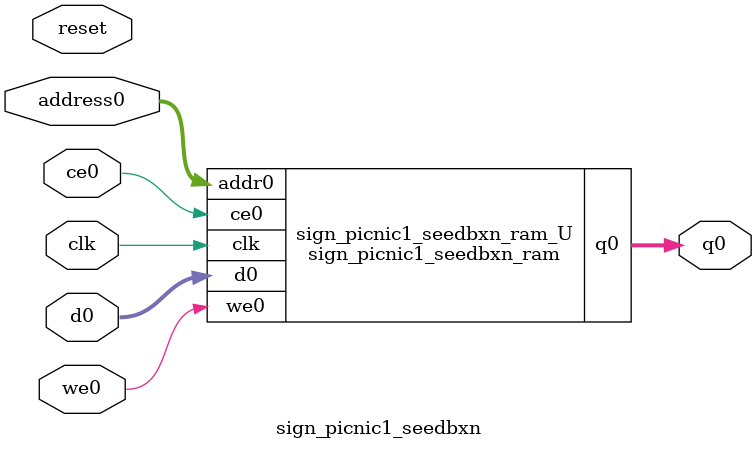
<source format=v>
`timescale 1 ns / 1 ps
module sign_picnic1_seedbxn_ram (addr0, ce0, d0, we0, q0,  clk);

parameter DWIDTH = 8;
parameter AWIDTH = 14;
parameter MEM_SIZE = 10512;

input[AWIDTH-1:0] addr0;
input ce0;
input[DWIDTH-1:0] d0;
input we0;
output reg[DWIDTH-1:0] q0;
input clk;

(* ram_style = "block" *)reg [DWIDTH-1:0] ram[0:MEM_SIZE-1];




always @(posedge clk)  
begin 
    if (ce0) begin
        if (we0) 
            ram[addr0] <= d0; 
        q0 <= ram[addr0];
    end
end


endmodule

`timescale 1 ns / 1 ps
module sign_picnic1_seedbxn(
    reset,
    clk,
    address0,
    ce0,
    we0,
    d0,
    q0);

parameter DataWidth = 32'd8;
parameter AddressRange = 32'd10512;
parameter AddressWidth = 32'd14;
input reset;
input clk;
input[AddressWidth - 1:0] address0;
input ce0;
input we0;
input[DataWidth - 1:0] d0;
output[DataWidth - 1:0] q0;



sign_picnic1_seedbxn_ram sign_picnic1_seedbxn_ram_U(
    .clk( clk ),
    .addr0( address0 ),
    .ce0( ce0 ),
    .we0( we0 ),
    .d0( d0 ),
    .q0( q0 ));

endmodule


</source>
